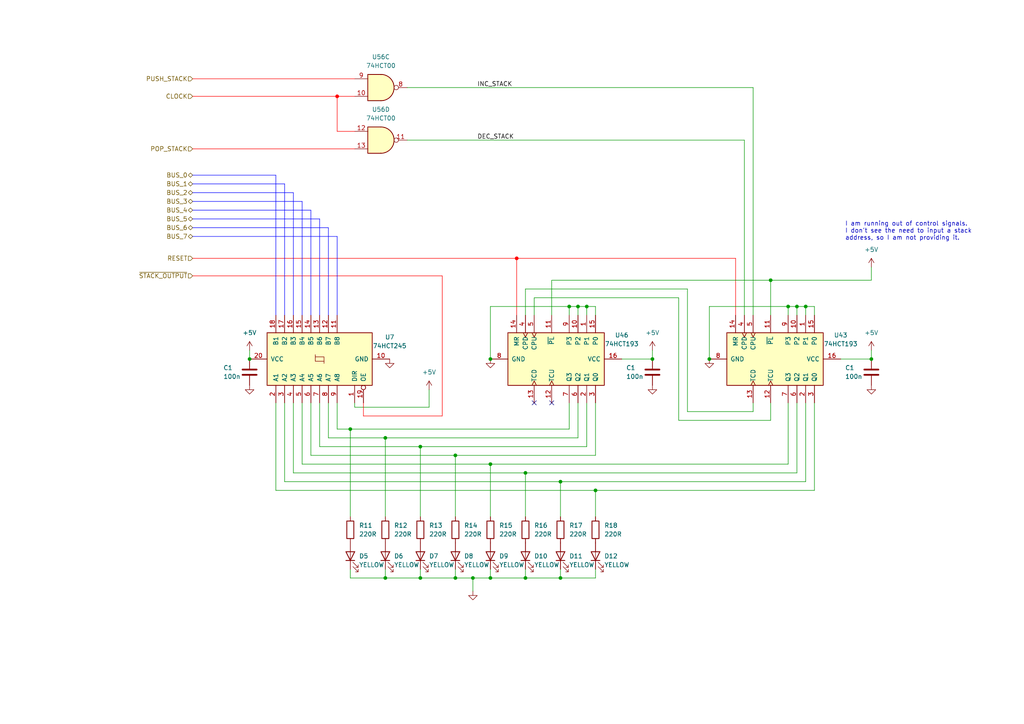
<source format=kicad_sch>
(kicad_sch (version 20230121) (generator eeschema)
  (paper "A4")
  (title_block (title "8-bit CPU") (date "2023-11-28") (rev "1.0") (company "TBR Designs"))
  (lib_symbols
    (symbol "01_my_library:74HCT193" (pin_names (offset 1.016))
      (property "Reference" "U" (at -7.62 15.24 0))
      (property "Value" "74HCT193" (at 6.35 15.24 0))
      (symbol "74HCT193_1_0"
        (pin input line (at -12.7 8.89 0) (length 5.08) (name "P1") (number "1"))
        (pin input line (at -12.7 6.35 0) (length 5.08) (name "P2") (number "10"))
        (pin input line (at -12.7 -1.27 0) (length 5.08) (name "~{PL}") (number "11"))
        (pin output clock (at 12.7 -1.27 180) (length 5.08) (name "TCU") (number "12"))
        (pin output clock (at 12.7 -6.35 180) (length 5.08) (name "TCD") (number "13"))
        (pin input line (at -12.7 -11.43 0) (length 5.08) (name "MR") (number "14"))
        (pin input line (at -12.7 11.43 0) (length 5.08) (name "P0") (number "15"))
        (pin power_in line (at 0 19.05 270) (length 5.08) (name "VCC") (number "16"))
        (pin output line (at 12.7 8.89 180) (length 5.08) (name "Q1") (number "2"))
        (pin output line (at 12.7 11.43 180) (length 5.08) (name "Q0") (number "3"))
        (pin input clock (at -12.7 -8.89 0) (length 5.08) (name "CPD") (number "4"))
        (pin input clock (at -12.7 -6.35 0) (length 5.08) (name "CPU") (number "5"))
        (pin output line (at 12.7 6.35 180) (length 5.08) (name "Q2") (number "6"))
        (pin output line (at 12.7 3.81 180) (length 5.08) (name "Q3") (number "7"))
        (pin power_in line (at 0 -19.05 90) (length 5.08) (name "GND") (number "8"))
        (pin input line (at -12.7 3.81 0) (length 5.08) (name "P3") (number "9"))
      )
      (symbol "74HCT193_1_1"
        (rectangle (start -7.62 13.97) (end 7.62 -13.97) (stroke (width 0.254)) (fill (type background)))
      )
    )
    (symbol "01_my_library:74HCT245" (pin_names (offset 1.016))
      (property "Reference" "U" (at -7.62 16.51 0))
      (property "Value" "74HCT245" (at -7.62 -17.78 0))
      (symbol "74HCT245_1_0"
        (polyline (pts (xy -0.635 -1.27) (xy -0.635 1.27) (xy 0.635 1.27)))
        (polyline (pts (xy -1.27 -1.27) (xy 0.635 -1.27) (xy 0.635 1.27) (xy 1.27 1.27)))
        (pin input line (at -12.7 -10.16 0) (length 5.08) (name "DIR") (number "1"))
        (pin power_in line (at 0 -20.32 90) (length 5.08) (name "GND") (number "10"))
        (pin tri_state line (at 12.7 -5.08 180) (length 5.08) (name "B8") (number "11"))
        (pin tri_state line (at 12.7 -2.54 180) (length 5.08) (name "B7") (number "12"))
        (pin tri_state line (at 12.7 0 180) (length 5.08) (name "B6") (number "13"))
        (pin tri_state line (at 12.7 2.54 180) (length 5.08) (name "B5") (number "14"))
        (pin tri_state line (at 12.7 5.08 180) (length 5.08) (name "B4") (number "15"))
        (pin tri_state line (at 12.7 7.62 180) (length 5.08) (name "B3") (number "16"))
        (pin tri_state line (at 12.7 10.16 180) (length 5.08) (name "B2") (number "17"))
        (pin tri_state line (at 12.7 12.7 180) (length 5.08) (name "B1") (number "18"))
        (pin input inverted (at -12.7 -12.7 0) (length 5.08) (name "OE") (number "19"))
        (pin tri_state line (at -12.7 12.7 0) (length 5.08) (name "A1") (number "2"))
        (pin power_in line (at 0 20.32 270) (length 5.08) (name "VCC") (number "20"))
        (pin tri_state line (at -12.7 10.16 0) (length 5.08) (name "A2") (number "3"))
        (pin tri_state line (at -12.7 7.62 0) (length 5.08) (name "A3") (number "4"))
        (pin tri_state line (at -12.7 5.08 0) (length 5.08) (name "A4") (number "5"))
        (pin tri_state line (at -12.7 2.54 0) (length 5.08) (name "A5") (number "6"))
        (pin tri_state line (at -12.7 0 0) (length 5.08) (name "A6") (number "7"))
        (pin tri_state line (at -12.7 -2.54 0) (length 5.08) (name "A7") (number "8"))
        (pin tri_state line (at -12.7 -5.08 0) (length 5.08) (name "A8") (number "9"))
      )
      (symbol "74HCT245_1_1"
        (rectangle (start -7.62 15.24) (end 7.62 -15.24) (stroke (width 0.254)) (fill (type background)))
      )
    )
    (symbol "74xx:74HCT00" (pin_names (offset 1.016))
      (property "Reference" "U" (at 0 1.27 0))
      (property "Value" "74HCT00" (at 0 -1.27 0))
      (symbol "74HCT00_1_1"
        (arc (start 0 -3.81) (mid 3.7934 0) (end 0 3.81) (stroke (width 0.254)) (fill (type background)))
        (polyline (pts (xy 0 3.81) (xy -3.81 3.81) (xy -3.81 -3.81) (xy 0 -3.81)) (stroke (width 0.254)) (fill (type background)))
        (pin input line (at -7.62 2.54 0) (length 3.81) (name "~") (number "1"))
        (pin input line (at -7.62 -2.54 0) (length 3.81) (name "~") (number "2"))
        (pin output inverted (at 7.62 0 180) (length 3.81) (name "~") (number "3"))
      )
      (symbol "74HCT00_1_2"
        (arc (start -3.81 -3.81) (mid -2.589 0) (end -3.81 3.81) (stroke (width 0.254)))
        (arc (start -0.6096 -3.81) (mid 2.1842 -2.5851) (end 3.81 0) (stroke (width 0.254)) (fill (type background)))
        (polyline (pts (xy -3.81 -3.81) (xy -0.635 -3.81)) (stroke (width 0.254)) (fill (type background)))
        (polyline (pts (xy -3.81 3.81) (xy -0.635 3.81)) (stroke (width 0.254)) (fill (type background)))
        (polyline (pts (xy -0.635 3.81) (xy -3.81 3.81) (xy -3.81 3.81) (xy -3.556 3.4036) (xy -3.0226 2.2606) (xy -2.6924 1.0414) (xy -2.6162 -0.254) (xy -2.7686 -1.4986) (xy -3.175 -2.7178) (xy -3.81 -3.81) (xy -3.81 -3.81) (xy -0.635 -3.81)) (stroke (width -25.4)) (fill (type background)))
        (arc (start 3.81 0) (mid 2.1915 2.5936) (end -0.6096 3.81) (stroke (width 0.254)) (fill (type background)))
        (pin input inverted (at -7.62 2.54 0) (length 4.318) (name "~") (number "1"))
        (pin input inverted (at -7.62 -2.54 0) (length 4.318) (name "~") (number "2"))
        (pin output line (at 7.62 0 180) (length 3.81) (name "~") (number "3"))
      )
      (symbol "74HCT00_2_1"
        (arc (start 0 -3.81) (mid 3.7934 0) (end 0 3.81) (stroke (width 0.254)) (fill (type background)))
        (polyline (pts (xy 0 3.81) (xy -3.81 3.81) (xy -3.81 -3.81) (xy 0 -3.81)) (stroke (width 0.254)) (fill (type background)))
        (pin input line (at -7.62 2.54 0) (length 3.81) (name "~") (number "4"))
        (pin input line (at -7.62 -2.54 0) (length 3.81) (name "~") (number "5"))
        (pin output inverted (at 7.62 0 180) (length 3.81) (name "~") (number "6"))
      )
      (symbol "74HCT00_2_2"
        (arc (start -3.81 -3.81) (mid -2.589 0) (end -3.81 3.81) (stroke (width 0.254)))
        (arc (start -0.6096 -3.81) (mid 2.1842 -2.5851) (end 3.81 0) (stroke (width 0.254)) (fill (type background)))
        (polyline (pts (xy -3.81 -3.81) (xy -0.635 -3.81)) (stroke (width 0.254)) (fill (type background)))
        (polyline (pts (xy -3.81 3.81) (xy -0.635 3.81)) (stroke (width 0.254)) (fill (type background)))
        (polyline (pts (xy -0.635 3.81) (xy -3.81 3.81) (xy -3.81 3.81) (xy -3.556 3.4036) (xy -3.0226 2.2606) (xy -2.6924 1.0414) (xy -2.6162 -0.254) (xy -2.7686 -1.4986) (xy -3.175 -2.7178) (xy -3.81 -3.81) (xy -3.81 -3.81) (xy -0.635 -3.81)) (stroke (width -25.4)) (fill (type background)))
        (arc (start 3.81 0) (mid 2.1915 2.5936) (end -0.6096 3.81) (stroke (width 0.254)) (fill (type background)))
        (pin input inverted (at -7.62 2.54 0) (length 4.318) (name "~") (number "4"))
        (pin input inverted (at -7.62 -2.54 0) (length 4.318) (name "~") (number "5"))
        (pin output line (at 7.62 0 180) (length 3.81) (name "~") (number "6"))
      )
      (symbol "74HCT00_3_1"
        (arc (start 0 -3.81) (mid 3.7934 0) (end 0 3.81) (stroke (width 0.254)) (fill (type background)))
        (polyline (pts (xy 0 3.81) (xy -3.81 3.81) (xy -3.81 -3.81) (xy 0 -3.81)) (stroke (width 0.254)) (fill (type background)))
        (pin input line (at -7.62 -2.54 0) (length 3.81) (name "~") (number "10"))
        (pin output inverted (at 7.62 0 180) (length 3.81) (name "~") (number "8"))
        (pin input line (at -7.62 2.54 0) (length 3.81) (name "~") (number "9"))
      )
      (symbol "74HCT00_3_2"
        (arc (start -3.81 -3.81) (mid -2.589 0) (end -3.81 3.81) (stroke (width 0.254)))
        (arc (start -0.6096 -3.81) (mid 2.1842 -2.5851) (end 3.81 0) (stroke (width 0.254)) (fill (type background)))
        (polyline (pts (xy -3.81 -3.81) (xy -0.635 -3.81)) (stroke (width 0.254)) (fill (type background)))
        (polyline (pts (xy -3.81 3.81) (xy -0.635 3.81)) (stroke (width 0.254)) (fill (type background)))
        (polyline (pts (xy -0.635 3.81) (xy -3.81 3.81) (xy -3.81 3.81) (xy -3.556 3.4036) (xy -3.0226 2.2606) (xy -2.6924 1.0414) (xy -2.6162 -0.254) (xy -2.7686 -1.4986) (xy -3.175 -2.7178) (xy -3.81 -3.81) (xy -3.81 -3.81) (xy -0.635 -3.81)) (stroke (width -25.4)) (fill (type background)))
        (arc (start 3.81 0) (mid 2.1915 2.5936) (end -0.6096 3.81) (stroke (width 0.254)) (fill (type background)))
        (pin input inverted (at -7.62 -2.54 0) (length 4.318) (name "~") (number "10"))
        (pin output line (at 7.62 0 180) (length 3.81) (name "~") (number "8"))
        (pin input inverted (at -7.62 2.54 0) (length 4.318) (name "~") (number "9"))
      )
      (symbol "74HCT00_4_1"
        (arc (start 0 -3.81) (mid 3.7934 0) (end 0 3.81) (stroke (width 0.254)) (fill (type background)))
        (polyline (pts (xy 0 3.81) (xy -3.81 3.81) (xy -3.81 -3.81) (xy 0 -3.81)) (stroke (width 0.254)) (fill (type background)))
        (pin output inverted (at 7.62 0 180) (length 3.81) (name "~") (number "11"))
        (pin input line (at -7.62 2.54 0) (length 3.81) (name "~") (number "12"))
        (pin input line (at -7.62 -2.54 0) (length 3.81) (name "~") (number "13"))
      )
      (symbol "74HCT00_4_2"
        (arc (start -3.81 -3.81) (mid -2.589 0) (end -3.81 3.81) (stroke (width 0.254)))
        (arc (start -0.6096 -3.81) (mid 2.1842 -2.5851) (end 3.81 0) (stroke (width 0.254)) (fill (type background)))
        (polyline (pts (xy -3.81 -3.81) (xy -0.635 -3.81)) (stroke (width 0.254)) (fill (type background)))
        (polyline (pts (xy -3.81 3.81) (xy -0.635 3.81)) (stroke (width 0.254)) (fill (type background)))
        (polyline (pts (xy -0.635 3.81) (xy -3.81 3.81) (xy -3.81 3.81) (xy -3.556 3.4036) (xy -3.0226 2.2606) (xy -2.6924 1.0414) (xy -2.6162 -0.254) (xy -2.7686 -1.4986) (xy -3.175 -2.7178) (xy -3.81 -3.81) (xy -3.81 -3.81) (xy -0.635 -3.81)) (stroke (width -25.4)) (fill (type background)))
        (arc (start 3.81 0) (mid 2.1915 2.5936) (end -0.6096 3.81) (stroke (width 0.254)) (fill (type background)))
        (pin output line (at 7.62 0 180) (length 3.81) (name "~") (number "11"))
        (pin input inverted (at -7.62 2.54 0) (length 4.318) (name "~") (number "12"))
        (pin input inverted (at -7.62 -2.54 0) (length 4.318) (name "~") (number "13"))
      )
      (symbol "74HCT00_5_0"
        (pin power_in line (at 0 12.7 270) (length 5.08) (name "VCC") (number "14"))
        (pin power_in line (at 0 -12.7 90) (length 5.08) (name "GND") (number "7"))
      )
      (symbol "74HCT00_5_1"
        (rectangle (start -5.08 7.62) (end 5.08 -7.62) (stroke (width 0.254)) (fill (type background)))
      )
    )
    (symbol "Device:C" (pin_numbers hide) (pin_names (offset 0.254))
      (property "Reference" "C" (at 0.635 2.54 0))
      (property "Value" "C" (at 0.635 -2.54 0))
      (symbol "C_0_1"
        (polyline (pts (xy -2.032 -0.762) (xy 2.032 -0.762)) (stroke (width 0.508)))
        (polyline (pts (xy -2.032 0.762) (xy 2.032 0.762)) (stroke (width 0.508)))
      )
      (symbol "C_1_1"
        (pin passive line (at 0 3.81 270) (length 2.794) (name "~") (number "1"))
        (pin passive line (at 0 -3.81 90) (length 2.794) (name "~") (number "2"))
      )
    )
    (symbol "Device:LED" (pin_numbers hide) (pin_names (offset 1.016) hide)
      (property "Reference" "D" (at 0 2.54 0))
      (property "Value" "LED" (at 0 -2.54 0))
      (symbol "LED_0_1"
        (polyline (pts (xy -1.27 -1.27) (xy -1.27 1.27)) (stroke (width 0.254)))
        (polyline (pts (xy -1.27 0) (xy 1.27 0)))
        (polyline (pts (xy 1.27 -1.27) (xy 1.27 1.27) (xy -1.27 0) (xy 1.27 -1.27)) (stroke (width 0.254)))
        (polyline (pts (xy -3.048 -0.762) (xy -4.572 -2.286) (xy -3.81 -2.286) (xy -4.572 -2.286) (xy -4.572 -1.524)))
        (polyline (pts (xy -1.778 -0.762) (xy -3.302 -2.286) (xy -2.54 -2.286) (xy -3.302 -2.286) (xy -3.302 -1.524)))
      )
      (symbol "LED_1_1"
        (pin passive line (at -3.81 0 0) (length 2.54) (name "K") (number "1"))
        (pin passive line (at 3.81 0 180) (length 2.54) (name "A") (number "2"))
      )
    )
    (symbol "Device:R" (pin_numbers hide) (pin_names (offset 0))
      (property "Reference" "R" (at 2.032 0 90))
      (property "Value" "R" (at 0 0 90))
      (symbol "R_0_1"
        (rectangle (start -1.016 -2.54) (end 1.016 2.54) (stroke (width 0.254)))
      )
      (symbol "R_1_1"
        (pin passive line (at 0 3.81 270) (length 1.27) (name "~") (number "1"))
        (pin passive line (at 0 -3.81 90) (length 1.27) (name "~") (number "2"))
      )
    )
    (symbol "power:+5V" (power) (pin_names (offset 0))
      (property "Value" "+5V" (at 0 3.556 0))
      (symbol "+5V_0_1"
        (polyline (pts (xy -0.762 1.27) (xy 0 2.54)))
        (polyline (pts (xy 0 0) (xy 0 2.54)))
        (polyline (pts (xy 0 2.54) (xy 0.762 1.27)))
      )
      (symbol "+5V_1_1"
        (pin power_in line (at 0 0 90) (length 0) hide (name "+5V") (number "1"))
      )
    )
    (symbol "power:GND" (power) (pin_names (offset 0))
      (property "Value" "GND" (at 0 -3.81 0))
      (symbol "GND_0_1"
        (polyline (pts (xy 0 0) (xy 0 -1.27) (xy 1.27 -1.27) (xy 0 -2.54) (xy -1.27 -1.27) (xy 0 -1.27)))
      )
      (symbol "GND_1_1"
        (pin power_in line (at 0 0 270) (length 0) hide (name "GND") (number "1"))
      )
    )
  )
  (junction (at 167.64 88.9))
  (junction (at 223.52 81.28))
  (junction (at 170.18 88.9))
  (junction (at 72.39 104.14))
  (junction (at 142.24 104.14))
  (junction (at 231.14 88.9))
  (junction (at 111.76 127))
  (junction (at 172.72 142.24))
  (junction (at 152.4 167.64))
  (junction (at 101.6 124.46))
  (junction (at 189.23 104.14))
  (junction (at 137.16 167.64))
  (junction (at 162.56 139.7))
  (junction (at 142.24 134.62))
  (junction (at 252.73 104.14))
  (junction (at 228.6 88.9))
  (junction (at 205.74 104.14))
  (junction (at 142.24 167.64))
  (junction (at 149.86 74.93) (color 255 0 0 1))
  (junction (at 121.92 129.54))
  (junction (at 97.79 27.94) (color 255 0 0 1))
  (junction (at 121.92 167.64))
  (junction (at 162.56 167.64))
  (junction (at 132.08 132.08))
  (junction (at 165.1 88.9))
  (junction (at 233.68 88.9))
  (junction (at 152.4 137.16))
  (junction (at 132.08 167.64))
  (junction (at 111.76 167.64))
  (no_connect (at 154.94 116.84))
  (no_connect (at 160.02 116.84))
  (wire (pts (xy 85.09 55.88) (xy 55.88 55.88)) (stroke (width 0) (color 0 0 255 1)))
  (wire (pts (xy 87.63 134.62) (xy 87.63 116.84)))
  (wire (pts (xy 90.17 132.08) (xy 90.17 116.84)))
  (wire (pts (xy 236.22 91.44) (xy 236.22 88.9)))
  (wire (pts (xy 55.88 50.8) (xy 80.01 50.8)) (stroke (width 0) (color 0 0 255 1)))
  (wire (pts (xy 165.1 116.84) (xy 165.1 124.46)))
  (wire (pts (xy 80.01 142.24) (xy 80.01 116.84)))
  (wire (pts (xy 160.02 81.28) (xy 160.02 91.44)))
  (wire (pts (xy 213.36 74.93) (xy 149.86 74.93)) (stroke (width 0) (color 255 0 0 1)))
  (wire (pts (xy 82.55 139.7) (xy 162.56 139.7)))
  (wire (pts (xy 172.72 91.44) (xy 172.72 88.9)))
  (wire (pts (xy 55.88 68.58) (xy 97.79 68.58)) (stroke (width 0) (color 0 0 255 1)))
  (wire (pts (xy 142.24 134.62) (xy 142.24 149.86)))
  (wire (pts (xy 252.73 101.6) (xy 252.73 104.14)))
  (wire (pts (xy 55.88 27.94) (xy 97.79 27.94)) (stroke (width 0) (color 255 0 0 1)))
  (wire (pts (xy 149.86 74.93) (xy 149.86 91.44)) (stroke (width 0) (color 255 0 0 1)))
  (wire (pts (xy 236.22 116.84) (xy 236.22 142.24)))
  (wire (pts (xy 170.18 129.54) (xy 170.18 116.84)))
  (wire (pts (xy 167.64 88.9) (xy 167.64 91.44)))
  (wire (pts (xy 154.94 86.36) (xy 154.94 91.44)))
  (wire (pts (xy 213.36 91.44) (xy 213.36 74.93)) (stroke (width 0) (color 255 0 0 1)))
  (wire (pts (xy 252.73 81.28) (xy 223.52 81.28)))
  (wire (pts (xy 101.6 124.46) (xy 97.79 124.46)))
  (wire (pts (xy 223.52 91.44) (xy 223.52 81.28)))
  (wire (pts (xy 218.44 91.44) (xy 218.44 25.4)))
  (wire (pts (xy 189.23 101.6) (xy 189.23 104.14)))
  (wire (pts (xy 92.71 129.54) (xy 121.92 129.54)))
  (wire (pts (xy 196.85 86.36) (xy 154.94 86.36)))
  (wire (pts (xy 55.88 58.42) (xy 87.63 58.42)) (stroke (width 0) (color 0 0 255 1)))
  (wire (pts (xy 97.79 27.94) (xy 102.87 27.94)) (stroke (width 0) (color 255 0 0 1)))
  (wire (pts (xy 80.01 50.8) (xy 80.01 91.44)) (stroke (width 0) (color 0 0 255 1)))
  (wire (pts (xy 233.68 88.9) (xy 233.68 91.44)))
  (wire (pts (xy 199.39 83.82) (xy 152.4 83.82)))
  (wire (pts (xy 137.16 167.64) (xy 142.24 167.64)))
  (wire (pts (xy 165.1 88.9) (xy 165.1 91.44)))
  (wire (pts (xy 162.56 167.64) (xy 172.72 167.64)))
  (wire (pts (xy 92.71 63.5) (xy 92.71 91.44)) (stroke (width 0) (color 0 0 255 1)))
  (wire (pts (xy 233.68 139.7) (xy 162.56 139.7)))
  (wire (pts (xy 152.4 83.82) (xy 152.4 91.44)))
  (wire (pts (xy 97.79 38.1) (xy 97.79 27.94)) (stroke (width 0) (color 255 0 0 1)))
  (wire (pts (xy 102.87 118.11) (xy 102.87 116.84)))
  (wire (pts (xy 92.71 116.84) (xy 92.71 129.54)))
  (wire (pts (xy 121.92 167.64) (xy 121.92 165.1)))
  (wire (pts (xy 101.6 124.46) (xy 101.6 149.86)))
  (wire (pts (xy 167.64 116.84) (xy 167.64 127)))
  (wire (pts (xy 111.76 127) (xy 111.76 149.86)))
  (wire (pts (xy 223.52 121.92) (xy 196.85 121.92)))
  (wire (pts (xy 215.9 91.44) (xy 215.9 40.64)))
  (wire (pts (xy 165.1 88.9) (xy 142.24 88.9)))
  (wire (pts (xy 55.88 74.93) (xy 149.86 74.93)) (stroke (width 0) (color 255 0 0 1)))
  (wire (pts (xy 82.55 53.34) (xy 82.55 91.44)) (stroke (width 0) (color 0 0 255 1)))
  (wire (pts (xy 152.4 167.64) (xy 152.4 165.1)))
  (wire (pts (xy 121.92 129.54) (xy 121.92 149.86)))
  (wire (pts (xy 85.09 137.16) (xy 152.4 137.16)))
  (wire (pts (xy 105.41 120.65) (xy 105.41 116.84)) (stroke (width 0) (color 255 0 0 1)))
  (wire (pts (xy 215.9 40.64) (xy 118.11 40.64)))
  (wire (pts (xy 231.14 137.16) (xy 231.14 116.84)))
  (wire (pts (xy 167.64 127) (xy 111.76 127)))
  (wire (pts (xy 128.27 80.01) (xy 128.27 120.65)) (stroke (width 0) (color 255 0 0 1)))
  (wire (pts (xy 233.68 88.9) (xy 231.14 88.9)))
  (wire (pts (xy 102.87 118.11) (xy 124.46 118.11)))
  (wire (pts (xy 199.39 119.38) (xy 199.39 83.82)))
  (wire (pts (xy 101.6 167.64) (xy 101.6 165.1)))
  (wire (pts (xy 142.24 167.64) (xy 152.4 167.64)))
  (wire (pts (xy 55.88 22.86) (xy 102.87 22.86)) (stroke (width 0) (color 255 0 0 1)))
  (wire (pts (xy 55.88 80.01) (xy 128.27 80.01)) (stroke (width 0) (color 255 0 0 1)))
  (wire (pts (xy 95.25 91.44) (xy 95.25 66.04)) (stroke (width 0) (color 0 0 255 1)))
  (wire (pts (xy 167.64 88.9) (xy 165.1 88.9)))
  (wire (pts (xy 97.79 124.46) (xy 97.79 116.84)))
  (wire (pts (xy 90.17 132.08) (xy 132.08 132.08)))
  (wire (pts (xy 162.56 139.7) (xy 162.56 149.86)))
  (wire (pts (xy 172.72 116.84) (xy 172.72 132.08)))
  (wire (pts (xy 132.08 132.08) (xy 132.08 149.86)))
  (wire (pts (xy 121.92 167.64) (xy 132.08 167.64)))
  (wire (pts (xy 101.6 167.64) (xy 111.76 167.64)))
  (wire (pts (xy 95.25 127) (xy 95.25 116.84)))
  (wire (pts (xy 95.25 66.04) (xy 55.88 66.04)) (stroke (width 0) (color 0 0 255 1)))
  (wire (pts (xy 121.92 129.54) (xy 170.18 129.54)))
  (wire (pts (xy 87.63 134.62) (xy 142.24 134.62)))
  (wire (pts (xy 102.87 38.1) (xy 97.79 38.1)) (stroke (width 0) (color 255 0 0 1)))
  (wire (pts (xy 72.39 101.6) (xy 72.39 104.14)))
  (wire (pts (xy 170.18 88.9) (xy 170.18 91.44)))
  (wire (pts (xy 228.6 88.9) (xy 205.74 88.9)))
  (wire (pts (xy 87.63 58.42) (xy 87.63 91.44)) (stroke (width 0) (color 0 0 255 1)))
  (wire (pts (xy 170.18 88.9) (xy 167.64 88.9)))
  (wire (pts (xy 111.76 167.64) (xy 121.92 167.64)))
  (wire (pts (xy 55.88 43.18) (xy 102.87 43.18)) (stroke (width 0) (color 255 0 0 1)))
  (wire (pts (xy 152.4 167.64) (xy 162.56 167.64)))
  (wire (pts (xy 82.55 139.7) (xy 82.55 116.84)))
  (wire (pts (xy 152.4 137.16) (xy 152.4 149.86)))
  (wire (pts (xy 172.72 167.64) (xy 172.72 165.1)))
  (wire (pts (xy 228.6 116.84) (xy 228.6 134.62)))
  (wire (pts (xy 128.27 120.65) (xy 105.41 120.65)) (stroke (width 0) (color 255 0 0 1)))
  (wire (pts (xy 85.09 91.44) (xy 85.09 55.88)) (stroke (width 0) (color 0 0 255 1)))
  (wire (pts (xy 180.34 104.14) (xy 189.23 104.14)))
  (wire (pts (xy 228.6 134.62) (xy 142.24 134.62)))
  (wire (pts (xy 228.6 88.9) (xy 228.6 91.44)))
  (wire (pts (xy 97.79 68.58) (xy 97.79 91.44)) (stroke (width 0) (color 0 0 255 1)))
  (wire (pts (xy 196.85 121.92) (xy 196.85 86.36)))
  (wire (pts (xy 223.52 116.84) (xy 223.52 121.92)))
  (wire (pts (xy 55.88 53.34) (xy 82.55 53.34)) (stroke (width 0) (color 0 0 255 1)))
  (wire (pts (xy 172.72 88.9) (xy 170.18 88.9)))
  (wire (pts (xy 152.4 137.16) (xy 231.14 137.16)))
  (wire (pts (xy 223.52 81.28) (xy 160.02 81.28)))
  (wire (pts (xy 236.22 88.9) (xy 233.68 88.9)))
  (wire (pts (xy 162.56 167.64) (xy 162.56 165.1)))
  (wire (pts (xy 55.88 63.5) (xy 92.71 63.5)) (stroke (width 0) (color 0 0 255 1)))
  (wire (pts (xy 137.16 171.45) (xy 137.16 167.64)))
  (wire (pts (xy 218.44 119.38) (xy 199.39 119.38)))
  (wire (pts (xy 80.01 142.24) (xy 172.72 142.24)))
  (wire (pts (xy 252.73 77.47) (xy 252.73 81.28)))
  (wire (pts (xy 231.14 88.9) (xy 231.14 91.44)))
  (wire (pts (xy 132.08 167.64) (xy 137.16 167.64)))
  (wire (pts (xy 205.74 88.9) (xy 205.74 104.14)))
  (wire (pts (xy 218.44 25.4) (xy 118.11 25.4)))
  (wire (pts (xy 142.24 88.9) (xy 142.24 104.14)))
  (wire (pts (xy 165.1 124.46) (xy 101.6 124.46)))
  (wire (pts (xy 172.72 132.08) (xy 132.08 132.08)))
  (wire (pts (xy 233.68 116.84) (xy 233.68 139.7)))
  (wire (pts (xy 172.72 142.24) (xy 172.72 149.86)))
  (wire (pts (xy 85.09 116.84) (xy 85.09 137.16)))
  (wire (pts (xy 124.46 118.11) (xy 124.46 113.03)))
  (wire (pts (xy 90.17 60.96) (xy 90.17 91.44)) (stroke (width 0) (color 0 0 255 1)))
  (wire (pts (xy 95.25 127) (xy 111.76 127)))
  (wire (pts (xy 132.08 167.64) (xy 132.08 165.1)))
  (wire (pts (xy 243.84 104.14) (xy 252.73 104.14)))
  (wire (pts (xy 236.22 142.24) (xy 172.72 142.24)))
  (wire (pts (xy 55.88 60.96) (xy 90.17 60.96)) (stroke (width 0) (color 0 0 255 1)))
  (wire (pts (xy 231.14 88.9) (xy 228.6 88.9)))
  (wire (pts (xy 218.44 116.84) (xy 218.44 119.38)))
  (wire (pts (xy 142.24 167.64) (xy 142.24 165.1)))
  (wire (pts (xy 111.76 167.64) (xy 111.76 165.1)))
  (text "I am running out of control signals.\nI don't see the need to input a stack\naddress, so I am not providing it." (at 245.11 69.85 0) (effects (font (size 1.27 1.27)) (justify left bottom)))
  (label "DEC_STACK" (at 138.43 40.64 0))
  (label "INC_STACK" (at 138.43 25.4 0))
  (hierarchical_label "PUSH_STACK" (shape input) (at 55.88 22.86 180))
  (hierarchical_label "BUS_4" (shape bidirectional) (at 55.88 60.96 180))
  (hierarchical_label "CLOCK" (shape input) (at 55.88 27.94 180))
  (hierarchical_label "BUS_1" (shape bidirectional) (at 55.88 53.34 180))
  (hierarchical_label "BUS_5" (shape bidirectional) (at 55.88 63.5 180))
  (hierarchical_label "BUS_2" (shape bidirectional) (at 55.88 55.88 180))
  (hierarchical_label "~{STACK_OUTPUT}" (shape input) (at 55.88 80.01 180))
  (hierarchical_label "BUS_0" (shape bidirectional) (at 55.88 50.8 180))
  (hierarchical_label "BUS_6" (shape bidirectional) (at 55.88 66.04 180))
  (hierarchical_label "POP_STACK" (shape input) (at 55.88 43.18 180))
  (hierarchical_label "RESET" (shape input) (at 55.88 74.93 180))
  (hierarchical_label "BUS_7" (shape bidirectional) (at 55.88 68.58 180))
  (hierarchical_label "BUS_3" (shape bidirectional) (at 55.88 58.42 180))
  (symbol (lib_id "power:+5V") (at 124.46 113.03 0) (unit 1)
    (property "Reference" "#PWR047" (effects hide))
    (property "Value" "+5V" (at 124.46 107.95 0))
    (instances (project "8-bit-cpu" (path "" (reference "#PWR047") (unit 1)) (path "" (reference "#PWR049") (unit 1)) (path "" (reference "#PWR0222") (unit 1)) (path "" (reference "#PWR0249") (unit 1))))
  )
  (symbol (lib_id "Device:LED") (at 132.08 161.29 90) (unit 1)
    (property "Reference" "D8" (at 134.62 161.29 90) (effects (justify right)))
    (property "Value" "YELLOW" (at 134.62 163.83 90) (effects (justify right)))
    (property "Footprint" "LED_THT:LED_D5.0mm" (effects hide))
    (instances (project "8-bit-cpu" (path "" (reference "D8") (unit 1)) (path "" (reference "D16") (unit 1)) (path "" (reference "D32") (unit 1)) (path "" (reference "D704") (unit 1)) (path "" (reference "D48") (unit 1)) (path "" (reference "D119") (unit 1))))
  )
  (symbol (lib_id "power:+5V") (at 189.23 101.6 0) (unit 1)
    (property "Reference" "#PWR039" (effects hide))
    (property "Value" "+5V" (at 189.23 96.52 0))
    (instances (project "8-bit-cpu" (path "" (reference "#PWR039") (unit 1)) (path "" (reference "#PWR052") (unit 1)) (path "" (reference "#PWR0168") (unit 1)) (path "" (reference "#PWR0241") (unit 1))))
  )
  (symbol (lib_id "Device:R") (at 162.56 153.67 0) (unit 1)
    (property "Reference" "R17" (at 165.1 152.4 0) (effects (justify left)))
    (property "Value" "220R" (at 165.1 154.94 0) (effects (justify left)))
    (property "Footprint" "Resistor_THT:R_Axial_DIN0204_L3.6mm_D1.6mm_P7.62mm_Horizontal" (effects hide))
    (instances (project "8-bit-cpu" (path "" (reference "R17") (unit 1)) (path "" (reference "R25") (unit 1)) (path "" (reference "R49") (unit 1)) (path "" (reference "R707") (unit 1)) (path "" (reference "R73") (unit 1)) (path "" (reference "R166") (unit 1))))
  )
  (symbol (lib_id "power:GND") (at 252.73 111.76 0) (unit 1)
    (property "Reference" "#PWR03" (effects hide))
    (property "Value" "GND" (effects hide))
    (instances (project "8-bit-cpu" (path "" (reference "#PWR03") (unit 1)) (path "" (reference "#PWR045") (unit 1)) (path "" (reference "#PWR053") (unit 1)) (path "" (reference "#PWR0172") (unit 1)) (path "" (reference "#PWR0248") (unit 1))))
  )
  (symbol (lib_id "Device:R") (at 172.72 153.67 0) (unit 1)
    (property "Reference" "R18" (at 175.26 152.4 0) (effects (justify left)))
    (property "Value" "220R" (at 175.26 154.94 0) (effects (justify left)))
    (property "Footprint" "Resistor_THT:R_Axial_DIN0204_L3.6mm_D1.6mm_P7.62mm_Horizontal" (effects hide))
    (instances (project "8-bit-cpu" (path "" (reference "R18") (unit 1)) (path "" (reference "R26") (unit 1)) (path "" (reference "R50") (unit 1)) (path "" (reference "R708") (unit 1)) (path "" (reference "R74") (unit 1)) (path "" (reference "R167") (unit 1))))
  )
  (symbol (lib_id "Device:R") (at 121.92 153.67 0) (unit 1)
    (property "Reference" "R13" (at 124.46 152.4 0) (effects (justify left)))
    (property "Value" "220R" (at 124.46 154.94 0) (effects (justify left)))
    (property "Footprint" "Resistor_THT:R_Axial_DIN0204_L3.6mm_D1.6mm_P7.62mm_Horizontal" (effects hide))
    (instances (project "8-bit-cpu" (path "" (reference "R13") (unit 1)) (path "" (reference "R21") (unit 1)) (path "" (reference "R45") (unit 1)) (path "" (reference "R703") (unit 1)) (path "" (reference "R69") (unit 1)) (path "" (reference "R162") (unit 1))))
  )
  (symbol (lib_id "power:+5V") (at 72.39 101.6 0) (unit 1)
    (property "Reference" "#PWR038" (effects hide))
    (property "Value" "+5V" (at 72.39 96.52 0))
    (instances (project "8-bit-cpu" (path "" (reference "#PWR038") (unit 1)) (path "" (reference "#PWR046") (unit 1)) (path "" (reference "#PWR0174") (unit 1)) (path "" (reference "#PWR0240") (unit 1))))
  )
  (symbol (lib_id "power:GND") (at 137.16 171.45 0) (unit 1)
    (property "Reference" "#PWR045" (effects hide))
    (property "Value" "GND" (effects hide))
    (instances (project "8-bit-cpu" (path "" (reference "#PWR045") (unit 1)) (path "" (reference "#PWR051") (unit 1)) (path "" (reference "#PWR074") (unit 1)) (path "" (reference "#PWR0710") (unit 1)) (path "" (reference "#PWR0101") (unit 1)) (path "" (reference "#PWR0250") (unit 1))))
  )
  (symbol (lib_id "power:+5V") (at 252.73 101.6 0) (unit 1)
    (property "Reference" "#PWR039" (effects hide))
    (property "Value" "+5V" (at 252.73 96.52 0))
    (instances (project "8-bit-cpu" (path "" (reference "#PWR039") (unit 1)) (path "" (reference "#PWR052") (unit 1)) (path "" (reference "#PWR0171") (unit 1)) (path "" (reference "#PWR0242") (unit 1))))
  )
  (symbol (lib_id "Device:LED") (at 121.92 161.29 90) (unit 1)
    (property "Reference" "D7" (at 124.46 161.29 90) (effects (justify right)))
    (property "Value" "YELLOW" (at 124.46 163.83 90) (effects (justify right)))
    (property "Footprint" "LED_THT:LED_D5.0mm" (effects hide))
    (instances (project "8-bit-cpu" (path "" (reference "D7") (unit 1)) (path "" (reference "D15") (unit 1)) (path "" (reference "D31") (unit 1)) (path "" (reference "D703") (unit 1)) (path "" (reference "D47") (unit 1)) (path "" (reference "D118") (unit 1))))
  )
  (symbol (lib_id "power:GND") (at 189.23 111.76 0) (unit 1)
    (property "Reference" "#PWR03" (effects hide))
    (property "Value" "GND" (effects hide))
    (instances (project "8-bit-cpu" (path "" (reference "#PWR03") (unit 1)) (path "" (reference "#PWR045") (unit 1)) (path "" (reference "#PWR053") (unit 1)) (path "" (reference "#PWR0169") (unit 1)) (path "" (reference "#PWR0247") (unit 1))))
  )
  (symbol (lib_id "Device:LED") (at 111.76 161.29 90) (unit 1)
    (property "Reference" "D6" (at 114.3 161.29 90) (effects (justify right)))
    (property "Value" "YELLOW" (at 114.3 163.83 90) (effects (justify right)))
    (property "Footprint" "LED_THT:LED_D5.0mm" (effects hide))
    (instances (project "8-bit-cpu" (path "" (reference "D6") (unit 1)) (path "" (reference "D14") (unit 1)) (path "" (reference "D30") (unit 1)) (path "" (reference "D702") (unit 1)) (path "" (reference "D46") (unit 1)) (path "" (reference "D117") (unit 1))))
  )
  (symbol (lib_id "Device:LED") (at 142.24 161.29 90) (unit 1)
    (property "Reference" "D9" (at 144.78 161.29 90) (effects (justify right)))
    (property "Value" "YELLOW" (at 144.78 163.83 90) (effects (justify right)))
    (property "Footprint" "LED_THT:LED_D5.0mm" (effects hide))
    (instances (project "8-bit-cpu" (path "" (reference "D9") (unit 1)) (path "" (reference "D17") (unit 1)) (path "" (reference "D33") (unit 1)) (path "" (reference "D705") (unit 1)) (path "" (reference "D49") (unit 1)) (path "" (reference "D120") (unit 1))))
  )
  (symbol (lib_id "Device:C") (at 72.39 107.95 0) (unit 1)
    (property "Reference" "C1" (at 64.77 106.68 0) (effects (justify left)))
    (property "Value" "100n" (at 64.77 109.22 0) (effects (justify left)))
    (property "Footprint" "01_my_library:C_Disc_D4.0mm_W2.6mm_P2.50mm" (effects hide))
    (instances (project "8-bit-cpu" (path "" (reference "C1") (unit 1)) (path "" (reference "C13") (unit 1)) (path "" (reference "C15") (unit 1)) (path "" (reference "C63") (unit 1)) (path "" (reference "C68") (unit 1))))
  )
  (symbol (lib_id "Device:LED") (at 101.6 161.29 90) (unit 1)
    (property "Reference" "D5" (at 104.14 161.29 90) (effects (justify right)))
    (property "Value" "YELLOW" (at 104.14 163.83 90) (effects (justify right)))
    (property "Footprint" "LED_THT:LED_D5.0mm" (effects hide))
    (instances (project "8-bit-cpu" (path "" (reference "D5") (unit 1)) (path "" (reference "D13") (unit 1)) (path "" (reference "D29") (unit 1)) (path "" (reference "D701") (unit 1)) (path "" (reference "D45") (unit 1)) (path "" (reference "D116") (unit 1))))
  )
  (symbol (lib_id "Device:R") (at 152.4 153.67 0) (unit 1)
    (property "Reference" "R16" (at 154.94 152.4 0) (effects (justify left)))
    (property "Value" "220R" (at 154.94 154.94 0) (effects (justify left)))
    (property "Footprint" "Resistor_THT:R_Axial_DIN0204_L3.6mm_D1.6mm_P7.62mm_Horizontal" (effects hide))
    (instances (project "8-bit-cpu" (path "" (reference "R16") (unit 1)) (path "" (reference "R24") (unit 1)) (path "" (reference "R48") (unit 1)) (path "" (reference "R706") (unit 1)) (path "" (reference "R72") (unit 1)) (path "" (reference "R165") (unit 1))))
  )
  (symbol (lib_id "01_my_library:74HCT193") (at 161.29 104.14 270) (unit 1)
    (property "Reference" "U46" (at 180.34 97.2119 90))
    (property "Value" "74HCT193" (at 180.34 99.7519 90))
    (property "Footprint" "Package_DIP:DIP-16_W7.62mm" (effects hide))
    (property "Datasheet" "https://www.ti.com/lit/ds/symlink/cd74hct193.pdf?HQS=dis-mous-null-mousermode-dsf-pf-null-wwe&ts=1702791971938&ref_url=https%253A%252F%252Fwww.mouser.be%252F" (effects hide))
    (instances (project "8-bit-cpu" (path "" (reference "U46") (unit 1)) (path "" (reference "U61") (unit 1))))
  )
  (symbol (lib_id "Device:R") (at 132.08 153.67 0) (unit 1)
    (property "Reference" "R14" (at 134.62 152.4 0) (effects (justify left)))
    (property "Value" "220R" (at 134.62 154.94 0) (effects (justify left)))
    (property "Footprint" "Resistor_THT:R_Axial_DIN0204_L3.6mm_D1.6mm_P7.62mm_Horizontal" (effects hide))
    (instances (project "8-bit-cpu" (path "" (reference "R14") (unit 1)) (path "" (reference "R22") (unit 1)) (path "" (reference "R46") (unit 1)) (path "" (reference "R704") (unit 1)) (path "" (reference "R70") (unit 1)) (path "" (reference "R163") (unit 1))))
  )
  (symbol (lib_id "74xx:74HCT00") (at 110.49 25.4 0) (unit 3)
    (property "Reference" "U56" (at 110.4817 16.51 0))
    (property "Value" "74HCT00" (at 110.4817 19.05 0))
    (property "Footprint" "Package_DIP:DIP-14_W7.62mm" (effects hide))
    (property "Datasheet" "http://www.ti.com/lit/gpn/sn74hct00" (effects hide))
  )
  (symbol (lib_id "power:GND") (at 113.03 104.14 0) (unit 1)
    (property "Reference" "#PWR041" (effects hide))
    (property "Value" "GND" (effects hide))
    (instances (project "8-bit-cpu" (path "" (reference "#PWR041") (unit 1)) (path "" (reference "#PWR048") (unit 1)) (path "" (reference "#PWR0175") (unit 1)) (path "" (reference "#PWR0243") (unit 1))))
  )
  (symbol (lib_id "Device:C") (at 252.73 107.95 0) (unit 1)
    (property "Reference" "C1" (at 245.11 106.68 0) (effects (justify left)))
    (property "Value" "100n" (at 245.11 109.22 0) (effects (justify left)))
    (property "Footprint" "01_my_library:C_Disc_D4.0mm_W2.6mm_P2.50mm" (effects hide))
    (instances (project "8-bit-cpu" (path "" (reference "C1") (unit 1)) (path "" (reference "C14") (unit 1)) (path "" (reference "C16") (unit 1)) (path "" (reference "C50") (unit 1)) (path "" (reference "C70") (unit 1))))
  )
  (symbol (lib_id "74xx:74HCT00") (at 110.49 40.64 0) (unit 4)
    (property "Reference" "U56" (at 110.4817 31.75 0))
    (property "Value" "74HCT00" (at 110.4817 34.29 0))
    (property "Footprint" "Package_DIP:DIP-14_W7.62mm" (effects hide))
    (property "Datasheet" "http://www.ti.com/lit/gpn/sn74hct00" (effects hide))
  )
  (symbol (lib_id "01_my_library:74HCT193") (at 224.79 104.14 270) (unit 1)
    (property "Reference" "U43" (at 243.84 97.2119 90))
    (property "Value" "74HCT193" (at 243.84 99.7519 90))
    (property "Footprint" "Package_DIP:DIP-16_W7.62mm" (effects hide))
    (property "Datasheet" "https://www.ti.com/lit/ds/symlink/cd74hct193.pdf?HQS=dis-mous-null-mousermode-dsf-pf-null-wwe&ts=1702791971938&ref_url=https%253A%252F%252Fwww.mouser.be%252F" (effects hide))
    (instances (project "8-bit-cpu" (path "" (reference "U43") (unit 1)) (path "" (reference "U62") (unit 1))))
  )
  (symbol (lib_id "Device:LED") (at 162.56 161.29 90) (unit 1)
    (property "Reference" "D11" (at 165.1 161.29 90) (effects (justify right)))
    (property "Value" "YELLOW" (at 165.1 163.83 90) (effects (justify right)))
    (property "Footprint" "LED_THT:LED_D5.0mm" (effects hide))
    (instances (project "8-bit-cpu" (path "" (reference "D11") (unit 1)) (path "" (reference "D19") (unit 1)) (path "" (reference "D35") (unit 1)) (path "" (reference "D707") (unit 1)) (path "" (reference "D51") (unit 1)) (path "" (reference "D122") (unit 1))))
  )
  (symbol (lib_id "Device:R") (at 101.6 153.67 0) (unit 1)
    (property "Reference" "R11" (at 104.14 152.4 0) (effects (justify left)))
    (property "Value" "220R" (at 104.14 154.94 0) (effects (justify left)))
    (property "Footprint" "Resistor_THT:R_Axial_DIN0204_L3.6mm_D1.6mm_P7.62mm_Horizontal" (effects hide))
    (instances (project "8-bit-cpu" (path "" (reference "R11") (unit 1)) (path "" (reference "R19") (unit 1)) (path "" (reference "R43") (unit 1)) (path "" (reference "R701") (unit 1)) (path "" (reference "R67") (unit 1)) (path "" (reference "R160") (unit 1))))
  )
  (symbol (lib_id "power:+5V") (at 252.73 77.47 0) (unit 1)
    (property "Reference" "#PWR039" (effects hide))
    (property "Value" "+5V" (at 252.73 72.39 0))
    (instances (project "8-bit-cpu" (path "" (reference "#PWR039") (unit 1)) (path "" (reference "#PWR052") (unit 1)) (path "" (reference "#PWR0171") (unit 1)) (path "" (reference "#PWR0239") (unit 1))))
  )
  (symbol (lib_id "power:GND") (at 205.74 104.14 0) (unit 1)
    (property "Reference" "#PWR041" (effects hide))
    (property "Value" "GND" (effects hide))
    (instances (project "8-bit-cpu" (path "" (reference "#PWR041") (unit 1)) (path "" (reference "#PWR048") (unit 1)) (path "" (reference "#PWR0224") (unit 1)) (path "" (reference "#PWR0245") (unit 1))))
  )
  (symbol (lib_id "Device:C") (at 189.23 107.95 0) (unit 1)
    (property "Reference" "C1" (at 181.61 106.68 0) (effects (justify left)))
    (property "Value" "100n" (at 181.61 109.22 0) (effects (justify left)))
    (property "Footprint" "01_my_library:C_Disc_D4.0mm_W2.6mm_P2.50mm" (effects hide))
    (instances (project "8-bit-cpu" (path "" (reference "C1") (unit 1)) (path "" (reference "C14") (unit 1)) (path "" (reference "C16") (unit 1)) (path "" (reference "C49") (unit 1)) (path "" (reference "C69") (unit 1))))
  )
  (symbol (lib_id "Device:LED") (at 152.4 161.29 90) (unit 1)
    (property "Reference" "D10" (at 154.94 161.29 90) (effects (justify right)))
    (property "Value" "YELLOW" (at 154.94 163.83 90) (effects (justify right)))
    (property "Footprint" "LED_THT:LED_D5.0mm" (effects hide))
    (instances (project "8-bit-cpu" (path "" (reference "D10") (unit 1)) (path "" (reference "D18") (unit 1)) (path "" (reference "D34") (unit 1)) (path "" (reference "D706") (unit 1)) (path "" (reference "D50") (unit 1)) (path "" (reference "D121") (unit 1))))
  )
  (symbol (lib_id "Device:R") (at 111.76 153.67 0) (unit 1)
    (property "Reference" "R12" (at 114.3 152.4 0) (effects (justify left)))
    (property "Value" "220R" (at 114.3 154.94 0) (effects (justify left)))
    (property "Footprint" "Resistor_THT:R_Axial_DIN0204_L3.6mm_D1.6mm_P7.62mm_Horizontal" (effects hide))
    (instances (project "8-bit-cpu" (path "" (reference "R12") (unit 1)) (path "" (reference "R20") (unit 1)) (path "" (reference "R44") (unit 1)) (path "" (reference "R702") (unit 1)) (path "" (reference "R68") (unit 1)) (path "" (reference "R161") (unit 1))))
  )
  (symbol (lib_id "power:GND") (at 72.39 111.76 0) (unit 1)
    (property "Reference" "#PWR03" (effects hide))
    (property "Value" "GND" (effects hide))
    (instances (project "8-bit-cpu" (path "" (reference "#PWR03") (unit 1)) (path "" (reference "#PWR044") (unit 1)) (path "" (reference "#PWR047") (unit 1)) (path "" (reference "#PWR0221") (unit 1)) (path "" (reference "#PWR0246") (unit 1))))
  )
  (symbol (lib_id "01_my_library:74HCT245") (at 92.71 104.14 90) (unit 1)
    (property "Reference" "U7" (at 113.03 97.79 90))
    (property "Value" "74HCT245" (at 113.03 100.33 90))
    (property "Footprint" "Package_DIP:DIP-20_W7.62mm" (effects hide))
    (property "Datasheet" "https://www.ti.com/lit/ds/symlink/sn74hct245.pdf?ts=1702763405638&ref_url=https%253A%252F%252Fwww.google.com%252F" (effects hide))
    (instances (project "8-bit-cpu" (path "" (reference "U7") (unit 1)) (path "" (reference "U10") (unit 1)) (path "" (reference "U55") (unit 1)) (path "" (reference "U60") (unit 1))))
  )
  (symbol (lib_id "Device:LED") (at 172.72 161.29 90) (unit 1)
    (property "Reference" "D12" (at 175.26 161.29 90) (effects (justify right)))
    (property "Value" "YELLOW" (at 175.26 163.83 90) (effects (justify right)))
    (property "Footprint" "LED_THT:LED_D5.0mm" (effects hide))
    (instances (project "8-bit-cpu" (path "" (reference "D12") (unit 1)) (path "" (reference "D20") (unit 1)) (path "" (reference "D36") (unit 1)) (path "" (reference "D708") (unit 1)) (path "" (reference "D52") (unit 1)) (path "" (reference "D123") (unit 1))))
  )
  (symbol (lib_id "Device:R") (at 142.24 153.67 0) (unit 1)
    (property "Reference" "R15" (at 144.78 152.4 0) (effects (justify left)))
    (property "Value" "220R" (at 144.78 154.94 0) (effects (justify left)))
    (property "Footprint" "Resistor_THT:R_Axial_DIN0204_L3.6mm_D1.6mm_P7.62mm_Horizontal" (effects hide))
    (instances (project "8-bit-cpu" (path "" (reference "R15") (unit 1)) (path "" (reference "R23") (unit 1)) (path "" (reference "R47") (unit 1)) (path "" (reference "R705") (unit 1)) (path "" (reference "R71") (unit 1)) (path "" (reference "R164") (unit 1))))
  )
  (symbol (lib_id "power:GND") (at 142.24 104.14 0) (unit 1)
    (property "Reference" "#PWR041" (effects hide))
    (property "Value" "GND" (effects hide))
    (instances (project "8-bit-cpu" (path "" (reference "#PWR041") (unit 1)) (path "" (reference "#PWR048") (unit 1)) (path "" (reference "#PWR0223") (unit 1)) (path "" (reference "#PWR0244") (unit 1))))
  )
)
</source>
